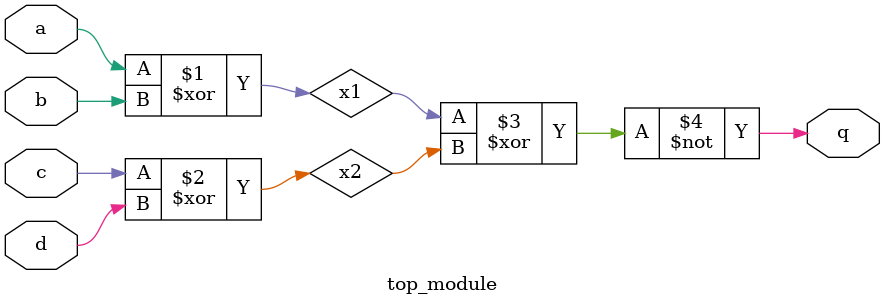
<source format=sv>
module top_module (
    input a, 
    input b, 
    input c, 
    input d,
    output q
);

wire x1, x2;

assign x1 = a ^ b;
assign x2 = c ^ d;
assign q = ~(x1 ^ x2);

endmodule

</source>
